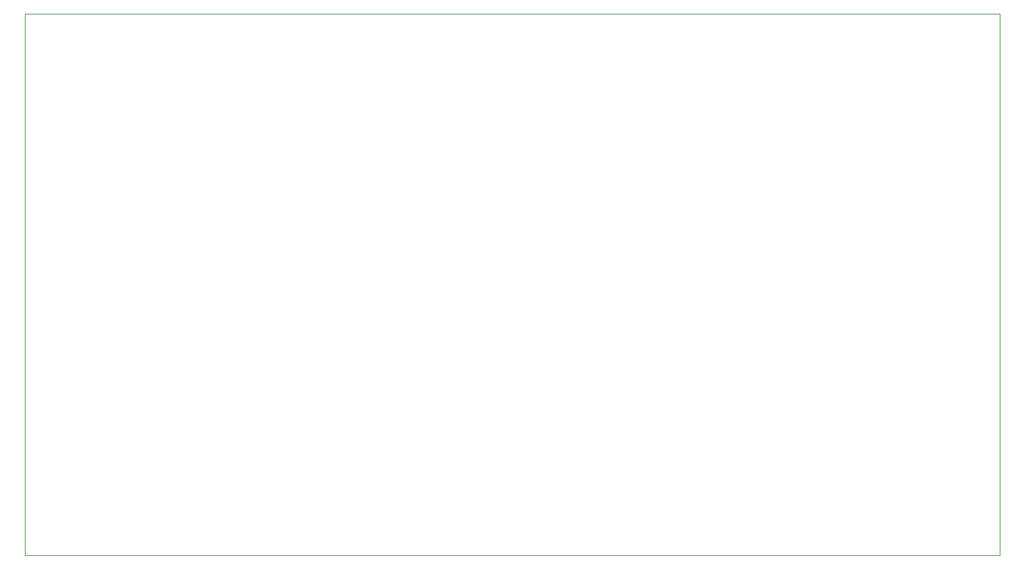
<source format=gbr>
%TF.GenerationSoftware,KiCad,Pcbnew,9.0.6*%
%TF.CreationDate,2025-12-26T21:20:51+11:00*%
%TF.ProjectId,Fipper Zero,46697070-6572-4205-9a65-726f2e6b6963,rev?*%
%TF.SameCoordinates,Original*%
%TF.FileFunction,Profile,NP*%
%FSLAX46Y46*%
G04 Gerber Fmt 4.6, Leading zero omitted, Abs format (unit mm)*
G04 Created by KiCad (PCBNEW 9.0.6) date 2025-12-26 21:20:51*
%MOMM*%
%LPD*%
G01*
G04 APERTURE LIST*
%TA.AperFunction,Profile*%
%ADD10C,0.050000*%
%TD*%
G04 APERTURE END LIST*
D10*
X127000000Y-62000000D02*
X253010000Y-62000000D01*
X253010000Y-132000000D01*
X127000000Y-132000000D01*
X127000000Y-62000000D01*
M02*

</source>
